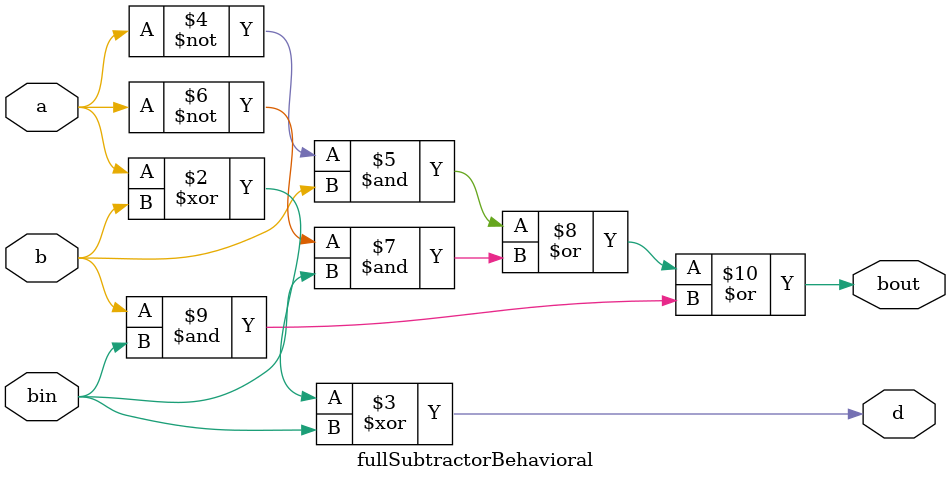
<source format=v>
module fullSubtractorBehavioral(d,bout,a,b,bin);
  input a,b,bin;
  output reg d,bout;
  always @(*)
    begin
      d = a^b^bin;
      bout = ((~a)&b) | ((~a)&bin) | (b&bin); 
    end
endmodule
</source>
